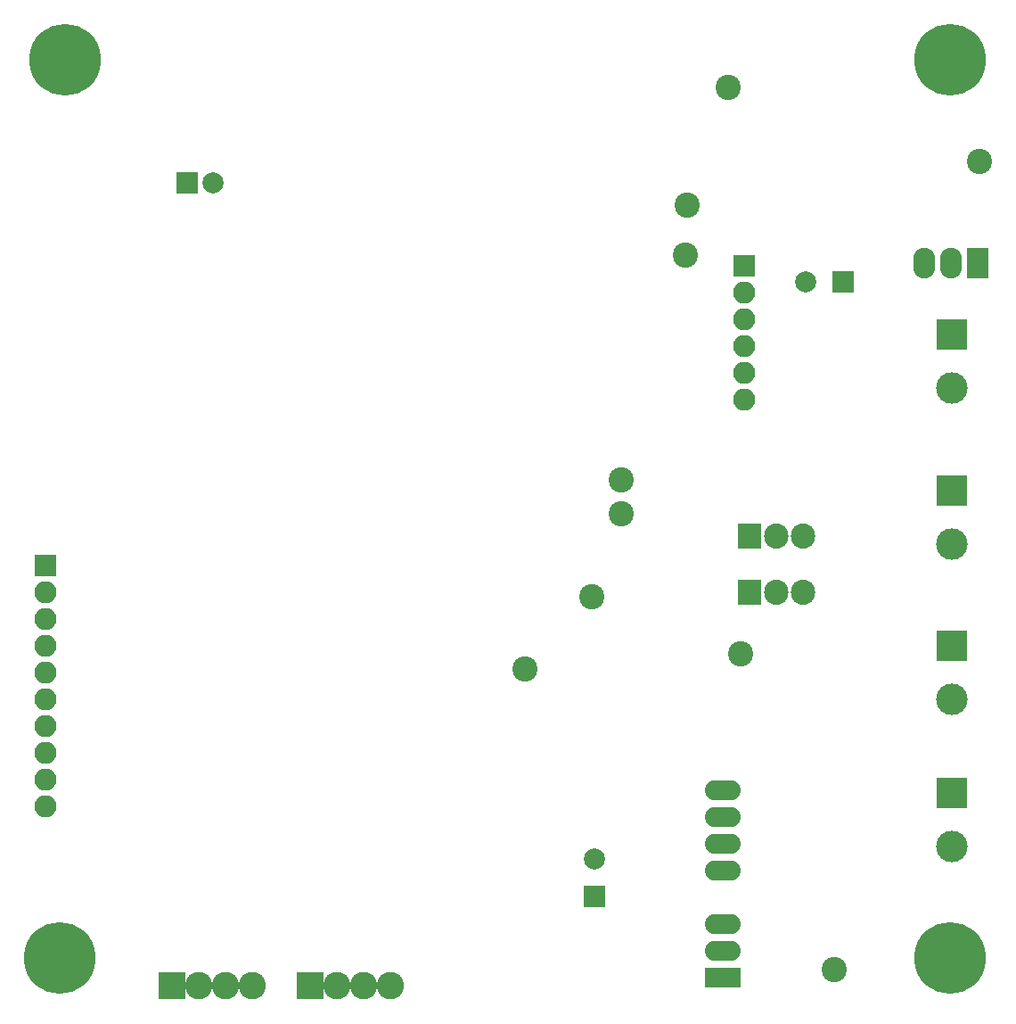
<source format=gbr>
G04 #@! TF.GenerationSoftware,KiCad,Pcbnew,(5.1.0-728-gb5c80fe68)*
G04 #@! TF.CreationDate,2019-05-28T10:59:10+01:00*
G04 #@! TF.ProjectId,garden,67617264-656e-42e6-9b69-6361645f7063,rev?*
G04 #@! TF.SameCoordinates,Original*
G04 #@! TF.FileFunction,Soldermask,Bot*
G04 #@! TF.FilePolarity,Negative*
%FSLAX46Y46*%
G04 Gerber Fmt 4.6, Leading zero omitted, Abs format (unit mm)*
G04 Created by KiCad (PCBNEW (5.1.0-728-gb5c80fe68)) date 2019-05-28 10:59:10*
%MOMM*%
%LPD*%
G04 APERTURE LIST*
%ADD10C,2.400000*%
%ADD11C,2.000000*%
%ADD12R,2.000000X2.000000*%
%ADD13O,2.100000X2.100000*%
%ADD14R,2.100000X2.100000*%
%ADD15C,2.600000*%
%ADD16R,2.600000X2.600000*%
%ADD17O,3.400000X1.900000*%
%ADD18R,3.400000X1.900000*%
%ADD19C,3.000000*%
%ADD20R,3.000000X3.000000*%
%ADD21O,2.305000X2.400000*%
%ADD22R,2.305000X2.400000*%
%ADD23O,2.100000X2.900000*%
%ADD24R,2.100000X2.900000*%
%ADD25C,6.800000*%
G04 APERTURE END LIST*
D10*
X107442000Y-114427000D03*
X113792000Y-107569000D03*
X127889000Y-113030000D03*
X126746000Y-59245500D03*
X150558500Y-66294000D03*
X122618500Y-75120500D03*
X122809000Y-70421500D03*
X136779000Y-143002000D03*
X116522500Y-99695000D03*
X116522500Y-96520000D03*
D11*
X77811000Y-68326000D03*
D12*
X75311000Y-68326000D03*
D11*
X114046000Y-132517000D03*
D12*
X114046000Y-136017000D03*
D11*
X134104500Y-77660500D03*
D12*
X137604500Y-77660500D03*
D13*
X61849000Y-127444500D03*
X61849000Y-124904500D03*
X61849000Y-122364500D03*
X61849000Y-119824500D03*
X61849000Y-117284500D03*
X61849000Y-114744500D03*
X61849000Y-112204500D03*
X61849000Y-109664500D03*
X61849000Y-107124500D03*
D14*
X61849000Y-104584500D03*
D15*
X94615000Y-144526000D03*
X92075000Y-144526000D03*
X89535000Y-144526000D03*
D16*
X86995000Y-144526000D03*
D15*
X81534000Y-144526000D03*
X78994000Y-144526000D03*
X76454000Y-144526000D03*
D16*
X73914000Y-144526000D03*
D17*
X126174500Y-125920500D03*
X126174500Y-128460500D03*
X126174500Y-138620500D03*
X126174500Y-131000500D03*
X126174500Y-133540500D03*
X126174500Y-141160500D03*
D18*
X126174500Y-143700500D03*
D19*
X147955000Y-131318000D03*
D20*
X147955000Y-126238000D03*
D21*
X133794500Y-107124500D03*
X131254500Y-107124500D03*
D22*
X128714500Y-107124500D03*
D19*
X147955000Y-117348000D03*
D20*
X147955000Y-112268000D03*
D19*
X147955000Y-102552500D03*
D20*
X147955000Y-97472500D03*
D21*
X133794500Y-101790500D03*
X131254500Y-101790500D03*
D22*
X128714500Y-101790500D03*
D23*
X145351500Y-75882500D03*
X147891500Y-75882500D03*
D24*
X150431500Y-75882500D03*
D19*
X147955000Y-87757000D03*
D20*
X147955000Y-82677000D03*
D25*
X63246000Y-141859000D03*
X147828000Y-141859000D03*
X147828000Y-56642000D03*
X63754000Y-56642000D03*
D14*
X128270000Y-76200000D03*
D13*
X128270000Y-78740000D03*
X128270000Y-81280000D03*
X128270000Y-83820000D03*
X128270000Y-86360000D03*
X128270000Y-88900000D03*
M02*

</source>
